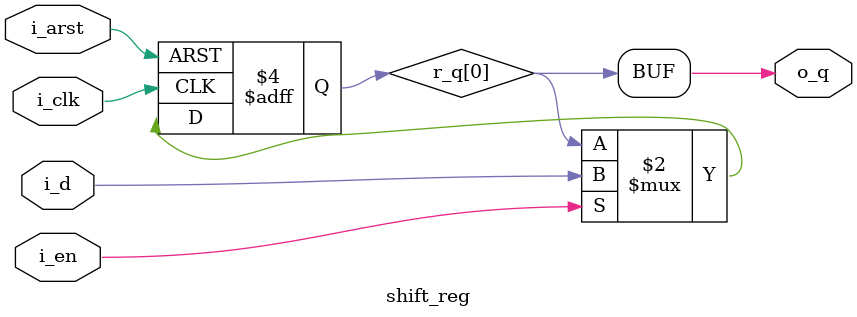
<source format=v>
module shift_reg
#(
	parameter	D_WIDTH	= 1,
	parameter	TAPE	= 1
)
(
	input	i_arst,
	input	i_clk,
	
	input	i_en,
	input	[D_WIDTH-1:0]i_d,
	output	[D_WIDTH-1:0]o_q
);

reg		[D_WIDTH-1:0]r_q[0:TAPE-1];

always@(posedge i_arst or posedge i_clk)
begin
	if (i_arst)
		r_q[0]	<= {D_WIDTH{1'b0}};
	else if (i_en)
		r_q[0]	<= i_d;
end

genvar i;
generate
	for (i=1; i<TAPE; i=i+1)
	begin: shift
		always@(posedge i_arst or posedge i_clk)
		begin
			if (i_arst)
				r_q[i]	<= {D_WIDTH{1'b0}};
			else if (i_en)
				r_q[i]	<= r_q[i-1];
		end
	end
endgenerate

assign	o_q	= r_q[TAPE-1];

endmodule

</source>
